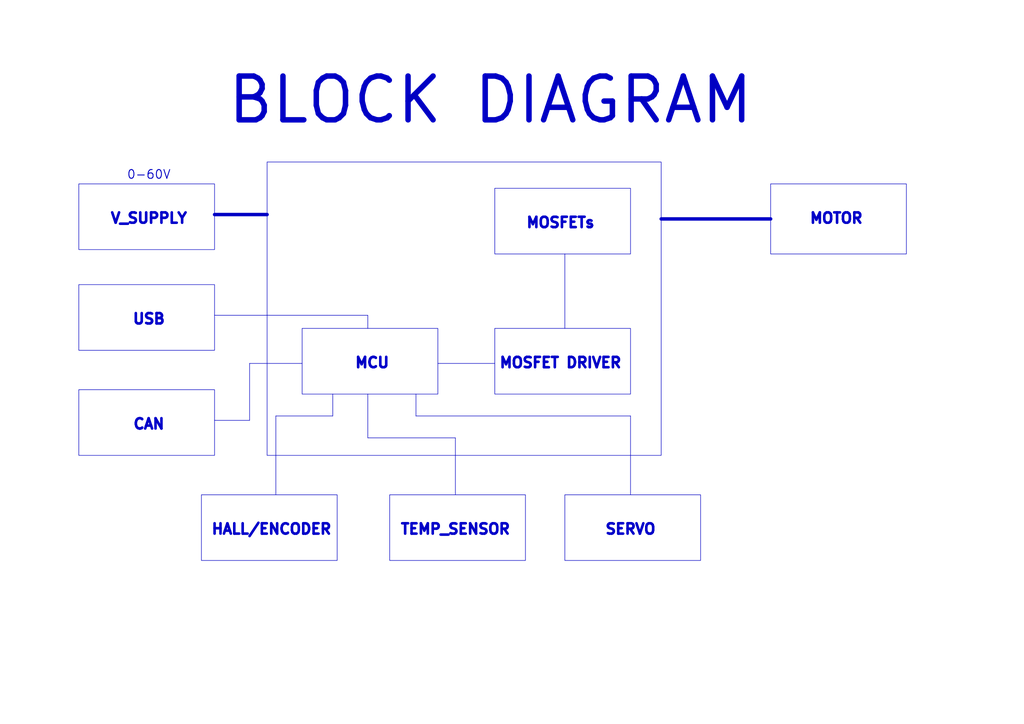
<source format=kicad_sch>
(kicad_sch
	(version 20231120)
	(generator "eeschema")
	(generator_version "8.0")
	(uuid "2920354e-83cc-4ec5-8079-f4255df7569c")
	(paper "A4")
	(lib_symbols)
	(polyline
		(pts
			(xy 106.68 91.44) (xy 106.68 95.25)
		)
		(stroke
			(width 0)
			(type default)
		)
		(uuid "2cc3e3fc-e20e-4aac-8db1-db3986564d84")
	)
	(polyline
		(pts
			(xy 132.08 127) (xy 132.08 143.51)
		)
		(stroke
			(width 0)
			(type default)
		)
		(uuid "32c9f3d9-3852-40b7-8ab1-ba304aa4764d")
	)
	(polyline
		(pts
			(xy 80.01 120.65) (xy 96.52 120.65)
		)
		(stroke
			(width 0)
			(type default)
		)
		(uuid "4b91dd85-3d05-4101-8f1b-17f894a0b217")
	)
	(polyline
		(pts
			(xy 106.68 127) (xy 132.08 127)
		)
		(stroke
			(width 0)
			(type default)
		)
		(uuid "58b77d30-5117-4a4c-a039-acd77cffa563")
	)
	(polyline
		(pts
			(xy 106.68 114.3) (xy 106.68 127)
		)
		(stroke
			(width 0)
			(type default)
		)
		(uuid "592d6e70-d232-4566-a51a-0e2ea9ade32b")
	)
	(polyline
		(pts
			(xy 127 105.41) (xy 143.51 105.41)
		)
		(stroke
			(width 0)
			(type default)
		)
		(uuid "613e0faf-ae9b-45c7-a5c5-86a711b255cc")
	)
	(polyline
		(pts
			(xy 72.39 121.92) (xy 72.39 105.41)
		)
		(stroke
			(width 0)
			(type default)
		)
		(uuid "7163a190-997c-452a-8d77-b91adf05afe8")
	)
	(polyline
		(pts
			(xy 72.39 105.41) (xy 87.63 105.41)
		)
		(stroke
			(width 0)
			(type default)
		)
		(uuid "be7b75ad-e453-4651-9fe2-a519ae3fd776")
	)
	(polyline
		(pts
			(xy 120.65 114.3) (xy 120.65 120.65)
		)
		(stroke
			(width 0)
			(type default)
		)
		(uuid "c4dd3f1a-d340-4129-9be1-1ce4e50a6a93")
	)
	(polyline
		(pts
			(xy 163.83 73.66) (xy 163.83 95.25)
		)
		(stroke
			(width 0)
			(type default)
		)
		(uuid "c5f0ddd4-ec6c-4e0f-a2a1-b121ce03e7af")
	)
	(polyline
		(pts
			(xy 120.65 120.65) (xy 182.88 120.65)
		)
		(stroke
			(width 0)
			(type default)
		)
		(uuid "ce254b2b-f50a-406b-9e46-cd3a3d52bdad")
	)
	(polyline
		(pts
			(xy 62.23 91.44) (xy 106.68 91.44)
		)
		(stroke
			(width 0)
			(type default)
		)
		(uuid "d1764f56-05a6-4cfb-bc1b-b67dc316ecb7")
	)
	(polyline
		(pts
			(xy 62.23 62.23) (xy 77.47 62.23)
		)
		(stroke
			(width 1)
			(type solid)
		)
		(uuid "d731178e-7ff6-40b3-b0e8-81e2f7acd60d")
	)
	(polyline
		(pts
			(xy 96.52 114.3) (xy 96.52 120.65)
		)
		(stroke
			(width 0)
			(type default)
		)
		(uuid "d974d35c-c0c6-4e17-bc10-71840a17010c")
	)
	(polyline
		(pts
			(xy 182.88 120.65) (xy 182.88 143.51)
		)
		(stroke
			(width 0)
			(type default)
		)
		(uuid "e0437bc5-e3fd-4ff6-b4fe-2d31e32bda70")
	)
	(polyline
		(pts
			(xy 191.77 63.5) (xy 223.52 63.5)
		)
		(stroke
			(width 1)
			(type solid)
		)
		(uuid "e3785209-cb53-498e-9e17-3bb8fa91bdb8")
	)
	(polyline
		(pts
			(xy 80.01 143.51) (xy 80.01 120.65)
		)
		(stroke
			(width 0)
			(type default)
		)
		(uuid "f9ee7c9a-8c25-4bbd-815a-15f060bcf4ff")
	)
	(polyline
		(pts
			(xy 62.23 121.92) (xy 72.39 121.92)
		)
		(stroke
			(width 0)
			(type default)
		)
		(uuid "fe2b1673-d666-4592-b9c2-cbc48c50606a")
	)
	(rectangle
		(start 163.83 143.51)
		(end 203.2 162.56)
		(stroke
			(width 0)
			(type default)
		)
		(fill
			(type none)
		)
		(uuid 1c38b999-88c8-4720-9850-b6757c6ab0be)
	)
	(rectangle
		(start 22.86 53.34)
		(end 62.23 72.39)
		(stroke
			(width 0)
			(type default)
		)
		(fill
			(type none)
		)
		(uuid 1da82c36-bfd4-4650-8143-12fa92d3079e)
	)
	(rectangle
		(start 223.52 53.34)
		(end 262.89 73.66)
		(stroke
			(width 0)
			(type default)
		)
		(fill
			(type none)
		)
		(uuid 1e0a4b1f-49a4-40e7-b65d-71b4e3f6d9fd)
	)
	(rectangle
		(start 143.51 54.61)
		(end 182.88 73.66)
		(stroke
			(width 0)
			(type default)
		)
		(fill
			(type none)
		)
		(uuid 2ff47401-29e0-46f3-a0e4-93d109fc9d79)
	)
	(rectangle
		(start 58.42 143.51)
		(end 97.79 162.56)
		(stroke
			(width 0)
			(type default)
		)
		(fill
			(type none)
		)
		(uuid 3ad63b10-f40e-41e0-bcdd-ad7d8c8cb938)
	)
	(rectangle
		(start 22.86 82.55)
		(end 62.23 101.6)
		(stroke
			(width 0)
			(type default)
		)
		(fill
			(type none)
		)
		(uuid 6f6f4a2c-caac-4e60-b794-e1d82dfe47ee)
	)
	(rectangle
		(start 143.51 95.25)
		(end 182.88 114.3)
		(stroke
			(width 0)
			(type default)
		)
		(fill
			(type none)
		)
		(uuid 9f3adb06-b9dd-41ae-84a4-a0006e719141)
	)
	(rectangle
		(start 113.03 143.51)
		(end 152.4 162.56)
		(stroke
			(width 0)
			(type default)
		)
		(fill
			(type none)
		)
		(uuid a7bfe1ef-6bc8-4ddf-82c0-8b307254c539)
	)
	(rectangle
		(start 87.63 95.25)
		(end 127 114.3)
		(stroke
			(width 0)
			(type default)
		)
		(fill
			(type none)
		)
		(uuid ad279525-410a-4522-93d1-5022ace719da)
	)
	(rectangle
		(start 77.47 46.99)
		(end 191.77 132.08)
		(stroke
			(width 0)
			(type solid)
		)
		(fill
			(type none)
		)
		(uuid b99e02cf-3674-4ce2-b0e8-e92d6f8cf004)
	)
	(rectangle
		(start 22.86 113.03)
		(end 62.23 132.08)
		(stroke
			(width 0)
			(type default)
		)
		(fill
			(type none)
		)
		(uuid f567463b-5ec2-49a3-936e-38dcf4b9f07c)
	)
	(text "TEMP_SENSOR"
		(exclude_from_sim no)
		(at 132.08 153.67 0)
		(effects
			(font
				(size 3 3)
				(thickness 0.7938)
			)
		)
		(uuid "062e9fb0-a161-4d68-94a8-8ba0e9c7a9de")
	)
	(text "BLOCK DIAGRAM"
		(exclude_from_sim no)
		(at 142.24 29.21 0)
		(effects
			(font
				(size 12.7 12.7)
				(thickness 1.5875)
			)
		)
		(uuid "27e8c329-bda0-4386-9941-d746e476d0a4")
	)
	(text "0-60V"
		(exclude_from_sim no)
		(at 43.18 50.8 0)
		(effects
			(font
				(size 2.54 2.54)
				(thickness 0.254)
				(bold yes)
			)
		)
		(uuid "49f411bd-1ea8-479f-b2ff-a889129090b0")
	)
	(text "MOSFETs"
		(exclude_from_sim no)
		(at 162.56 64.77 0)
		(effects
			(font
				(size 3 3)
				(thickness 0.7938)
			)
		)
		(uuid "5b3e1783-dce2-4c20-a0d4-4454d7d38506")
	)
	(text "V_SUPPLY"
		(exclude_from_sim no)
		(at 43.18 63.5 0)
		(effects
			(font
				(size 3 3)
				(thickness 0.7938)
			)
		)
		(uuid "5caa4ce2-aacf-463b-8f8f-35534c5d8585")
	)
	(text "MCU"
		(exclude_from_sim no)
		(at 107.95 105.41 0)
		(effects
			(font
				(size 3 3)
				(thickness 0.7938)
			)
		)
		(uuid "5f246be5-67b9-476d-80d7-ae78f686de13")
	)
	(text "MOTOR"
		(exclude_from_sim no)
		(at 242.57 63.5 0)
		(effects
			(font
				(size 3 3)
				(thickness 0.7938)
			)
		)
		(uuid "674d7e75-7fbd-4d58-a9de-db0d9e37bf3d")
	)
	(text "SERVO"
		(exclude_from_sim no)
		(at 182.88 153.67 0)
		(effects
			(font
				(size 3 3)
				(thickness 0.7938)
			)
		)
		(uuid "86c6002c-0c08-4bf8-8c87-89879a3dcce1")
	)
	(text "MOSFET DRIVER"
		(exclude_from_sim no)
		(at 162.56 105.41 0)
		(effects
			(font
				(size 3 3)
				(thickness 0.7938)
			)
		)
		(uuid "8743ef05-5eb9-4da5-8540-18e1a7affe4a")
	)
	(text "HALL/ENCODER"
		(exclude_from_sim no)
		(at 78.74 153.67 0)
		(effects
			(font
				(size 3 3)
				(thickness 0.7938)
			)
		)
		(uuid "974f6672-4622-4ab7-af3c-e2c8aad62f98")
	)
	(text "USB"
		(exclude_from_sim no)
		(at 43.18 92.71 0)
		(effects
			(font
				(size 3 3)
				(thickness 0.7938)
			)
		)
		(uuid "bdd21806-1a16-4e1a-94f7-d394ae1f4949")
	)
	(text "CAN"
		(exclude_from_sim no)
		(at 43.18 123.19 0)
		(effects
			(font
				(size 3 3)
				(thickness 0.7938)
			)
		)
		(uuid "bfd9cbbc-241d-4d83-916f-32c8d4e640e5")
	)
)

</source>
